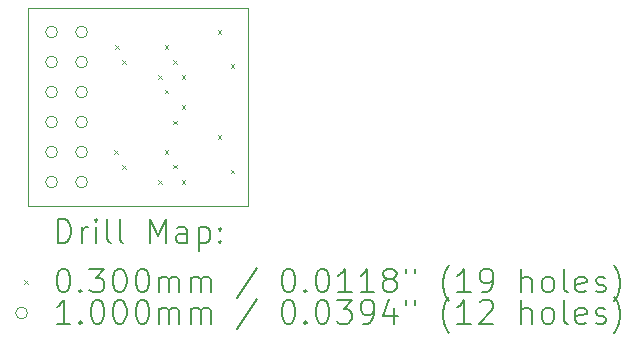
<source format=gbr>
%FSLAX45Y45*%
G04 Gerber Fmt 4.5, Leading zero omitted, Abs format (unit mm)*
G04 Created by KiCad (PCBNEW 6.0.1) date 2022-02-12 22:06:03*
%MOMM*%
%LPD*%
G01*
G04 APERTURE LIST*
%TA.AperFunction,Profile*%
%ADD10C,0.100000*%
%TD*%
%ADD11C,0.200000*%
%ADD12C,0.030000*%
%ADD13C,0.100000*%
G04 APERTURE END LIST*
D10*
X15812500Y-9200000D02*
X15812500Y-9405000D01*
X14172500Y-9005000D02*
X15812500Y-9005000D01*
X13952500Y-9005000D02*
X14172500Y-9005000D01*
X13952500Y-9240000D02*
X13952500Y-10670000D01*
X13952500Y-10675000D02*
X14022500Y-10675000D01*
X15627500Y-10675000D02*
X15717500Y-10675000D01*
X15812500Y-9005000D02*
X15812500Y-9200000D01*
X14022500Y-10675000D02*
X14637500Y-10675000D01*
X15812500Y-10070000D02*
X15812500Y-10335000D01*
X13952500Y-10670000D02*
X13952500Y-10675000D01*
X14637500Y-10675000D02*
X15627500Y-10675000D01*
X15812500Y-9405000D02*
X15812500Y-9805000D01*
X15812500Y-9805000D02*
X15812500Y-10070000D01*
X15812500Y-10675000D02*
X15717500Y-10675000D01*
X15812500Y-10335000D02*
X15812500Y-10675000D01*
X13952500Y-9005000D02*
X13952500Y-9240000D01*
D11*
D12*
X14682500Y-10205000D02*
X14712500Y-10235000D01*
X14712500Y-10205000D02*
X14682500Y-10235000D01*
X14687500Y-9315000D02*
X14717500Y-9345000D01*
X14717500Y-9315000D02*
X14687500Y-9345000D01*
X14747500Y-9445000D02*
X14777500Y-9475000D01*
X14777500Y-9445000D02*
X14747500Y-9475000D01*
X14747500Y-10335000D02*
X14777500Y-10365000D01*
X14777500Y-10335000D02*
X14747500Y-10365000D01*
X15052350Y-9570000D02*
X15082350Y-9600000D01*
X15082350Y-9570000D02*
X15052350Y-9600000D01*
X15052500Y-10460000D02*
X15082500Y-10490000D01*
X15082500Y-10460000D02*
X15052500Y-10490000D01*
X15107500Y-9315000D02*
X15137500Y-9345000D01*
X15137500Y-9315000D02*
X15107500Y-9345000D01*
X15107500Y-9695000D02*
X15137500Y-9725000D01*
X15137500Y-9695000D02*
X15107500Y-9725000D01*
X15107500Y-10206000D02*
X15137500Y-10236000D01*
X15137500Y-10206000D02*
X15107500Y-10236000D01*
X15182500Y-9445000D02*
X15212500Y-9475000D01*
X15212500Y-9445000D02*
X15182500Y-9475000D01*
X15182500Y-9955000D02*
X15212500Y-9985000D01*
X15212500Y-9955000D02*
X15182500Y-9985000D01*
X15182500Y-10330000D02*
X15212500Y-10360000D01*
X15212500Y-10330000D02*
X15182500Y-10360000D01*
X15252500Y-9570000D02*
X15282500Y-9600000D01*
X15282500Y-9570000D02*
X15252500Y-9600000D01*
X15252500Y-9825000D02*
X15282500Y-9855000D01*
X15282500Y-9825000D02*
X15252500Y-9855000D01*
X15252500Y-10461000D02*
X15282500Y-10491000D01*
X15282500Y-10461000D02*
X15252500Y-10491000D01*
X15558000Y-9189500D02*
X15588000Y-9219500D01*
X15588000Y-9189500D02*
X15558000Y-9219500D01*
X15558000Y-10079500D02*
X15588000Y-10109500D01*
X15588000Y-10079500D02*
X15558000Y-10109500D01*
X15667500Y-9480000D02*
X15697500Y-9510000D01*
X15697500Y-9480000D02*
X15667500Y-9510000D01*
X15667500Y-10371000D02*
X15697500Y-10401000D01*
X15697500Y-10371000D02*
X15667500Y-10401000D01*
D13*
X14201000Y-9205000D02*
G75*
G03*
X14201000Y-9205000I-50000J0D01*
G01*
X14201000Y-9459000D02*
G75*
G03*
X14201000Y-9459000I-50000J0D01*
G01*
X14201000Y-9713000D02*
G75*
G03*
X14201000Y-9713000I-50000J0D01*
G01*
X14201000Y-9967000D02*
G75*
G03*
X14201000Y-9967000I-50000J0D01*
G01*
X14201000Y-10221000D02*
G75*
G03*
X14201000Y-10221000I-50000J0D01*
G01*
X14201000Y-10475000D02*
G75*
G03*
X14201000Y-10475000I-50000J0D01*
G01*
X14455000Y-9205000D02*
G75*
G03*
X14455000Y-9205000I-50000J0D01*
G01*
X14455000Y-9459000D02*
G75*
G03*
X14455000Y-9459000I-50000J0D01*
G01*
X14455000Y-9713000D02*
G75*
G03*
X14455000Y-9713000I-50000J0D01*
G01*
X14455000Y-9967000D02*
G75*
G03*
X14455000Y-9967000I-50000J0D01*
G01*
X14455000Y-10221000D02*
G75*
G03*
X14455000Y-10221000I-50000J0D01*
G01*
X14455000Y-10475000D02*
G75*
G03*
X14455000Y-10475000I-50000J0D01*
G01*
D11*
X14205119Y-10990476D02*
X14205119Y-10790476D01*
X14252738Y-10790476D01*
X14281309Y-10800000D01*
X14300357Y-10819048D01*
X14309881Y-10838095D01*
X14319405Y-10876190D01*
X14319405Y-10904762D01*
X14309881Y-10942857D01*
X14300357Y-10961905D01*
X14281309Y-10980952D01*
X14252738Y-10990476D01*
X14205119Y-10990476D01*
X14405119Y-10990476D02*
X14405119Y-10857143D01*
X14405119Y-10895238D02*
X14414643Y-10876190D01*
X14424167Y-10866667D01*
X14443214Y-10857143D01*
X14462262Y-10857143D01*
X14528928Y-10990476D02*
X14528928Y-10857143D01*
X14528928Y-10790476D02*
X14519405Y-10800000D01*
X14528928Y-10809524D01*
X14538452Y-10800000D01*
X14528928Y-10790476D01*
X14528928Y-10809524D01*
X14652738Y-10990476D02*
X14633690Y-10980952D01*
X14624167Y-10961905D01*
X14624167Y-10790476D01*
X14757500Y-10990476D02*
X14738452Y-10980952D01*
X14728928Y-10961905D01*
X14728928Y-10790476D01*
X14986071Y-10990476D02*
X14986071Y-10790476D01*
X15052738Y-10933333D01*
X15119405Y-10790476D01*
X15119405Y-10990476D01*
X15300357Y-10990476D02*
X15300357Y-10885714D01*
X15290833Y-10866667D01*
X15271786Y-10857143D01*
X15233690Y-10857143D01*
X15214643Y-10866667D01*
X15300357Y-10980952D02*
X15281309Y-10990476D01*
X15233690Y-10990476D01*
X15214643Y-10980952D01*
X15205119Y-10961905D01*
X15205119Y-10942857D01*
X15214643Y-10923810D01*
X15233690Y-10914286D01*
X15281309Y-10914286D01*
X15300357Y-10904762D01*
X15395595Y-10857143D02*
X15395595Y-11057143D01*
X15395595Y-10866667D02*
X15414643Y-10857143D01*
X15452738Y-10857143D01*
X15471786Y-10866667D01*
X15481309Y-10876190D01*
X15490833Y-10895238D01*
X15490833Y-10952381D01*
X15481309Y-10971429D01*
X15471786Y-10980952D01*
X15452738Y-10990476D01*
X15414643Y-10990476D01*
X15395595Y-10980952D01*
X15576548Y-10971429D02*
X15586071Y-10980952D01*
X15576548Y-10990476D01*
X15567024Y-10980952D01*
X15576548Y-10971429D01*
X15576548Y-10990476D01*
X15576548Y-10866667D02*
X15586071Y-10876190D01*
X15576548Y-10885714D01*
X15567024Y-10876190D01*
X15576548Y-10866667D01*
X15576548Y-10885714D01*
D12*
X13917500Y-11305000D02*
X13947500Y-11335000D01*
X13947500Y-11305000D02*
X13917500Y-11335000D01*
D11*
X14243214Y-11210476D02*
X14262262Y-11210476D01*
X14281309Y-11220000D01*
X14290833Y-11229524D01*
X14300357Y-11248571D01*
X14309881Y-11286667D01*
X14309881Y-11334286D01*
X14300357Y-11372381D01*
X14290833Y-11391428D01*
X14281309Y-11400952D01*
X14262262Y-11410476D01*
X14243214Y-11410476D01*
X14224167Y-11400952D01*
X14214643Y-11391428D01*
X14205119Y-11372381D01*
X14195595Y-11334286D01*
X14195595Y-11286667D01*
X14205119Y-11248571D01*
X14214643Y-11229524D01*
X14224167Y-11220000D01*
X14243214Y-11210476D01*
X14395595Y-11391428D02*
X14405119Y-11400952D01*
X14395595Y-11410476D01*
X14386071Y-11400952D01*
X14395595Y-11391428D01*
X14395595Y-11410476D01*
X14471786Y-11210476D02*
X14595595Y-11210476D01*
X14528928Y-11286667D01*
X14557500Y-11286667D01*
X14576548Y-11296190D01*
X14586071Y-11305714D01*
X14595595Y-11324762D01*
X14595595Y-11372381D01*
X14586071Y-11391428D01*
X14576548Y-11400952D01*
X14557500Y-11410476D01*
X14500357Y-11410476D01*
X14481309Y-11400952D01*
X14471786Y-11391428D01*
X14719405Y-11210476D02*
X14738452Y-11210476D01*
X14757500Y-11220000D01*
X14767024Y-11229524D01*
X14776548Y-11248571D01*
X14786071Y-11286667D01*
X14786071Y-11334286D01*
X14776548Y-11372381D01*
X14767024Y-11391428D01*
X14757500Y-11400952D01*
X14738452Y-11410476D01*
X14719405Y-11410476D01*
X14700357Y-11400952D01*
X14690833Y-11391428D01*
X14681309Y-11372381D01*
X14671786Y-11334286D01*
X14671786Y-11286667D01*
X14681309Y-11248571D01*
X14690833Y-11229524D01*
X14700357Y-11220000D01*
X14719405Y-11210476D01*
X14909881Y-11210476D02*
X14928928Y-11210476D01*
X14947976Y-11220000D01*
X14957500Y-11229524D01*
X14967024Y-11248571D01*
X14976548Y-11286667D01*
X14976548Y-11334286D01*
X14967024Y-11372381D01*
X14957500Y-11391428D01*
X14947976Y-11400952D01*
X14928928Y-11410476D01*
X14909881Y-11410476D01*
X14890833Y-11400952D01*
X14881309Y-11391428D01*
X14871786Y-11372381D01*
X14862262Y-11334286D01*
X14862262Y-11286667D01*
X14871786Y-11248571D01*
X14881309Y-11229524D01*
X14890833Y-11220000D01*
X14909881Y-11210476D01*
X15062262Y-11410476D02*
X15062262Y-11277143D01*
X15062262Y-11296190D02*
X15071786Y-11286667D01*
X15090833Y-11277143D01*
X15119405Y-11277143D01*
X15138452Y-11286667D01*
X15147976Y-11305714D01*
X15147976Y-11410476D01*
X15147976Y-11305714D02*
X15157500Y-11286667D01*
X15176548Y-11277143D01*
X15205119Y-11277143D01*
X15224167Y-11286667D01*
X15233690Y-11305714D01*
X15233690Y-11410476D01*
X15328928Y-11410476D02*
X15328928Y-11277143D01*
X15328928Y-11296190D02*
X15338452Y-11286667D01*
X15357500Y-11277143D01*
X15386071Y-11277143D01*
X15405119Y-11286667D01*
X15414643Y-11305714D01*
X15414643Y-11410476D01*
X15414643Y-11305714D02*
X15424167Y-11286667D01*
X15443214Y-11277143D01*
X15471786Y-11277143D01*
X15490833Y-11286667D01*
X15500357Y-11305714D01*
X15500357Y-11410476D01*
X15890833Y-11200952D02*
X15719405Y-11458095D01*
X16147976Y-11210476D02*
X16167024Y-11210476D01*
X16186071Y-11220000D01*
X16195595Y-11229524D01*
X16205119Y-11248571D01*
X16214643Y-11286667D01*
X16214643Y-11334286D01*
X16205119Y-11372381D01*
X16195595Y-11391428D01*
X16186071Y-11400952D01*
X16167024Y-11410476D01*
X16147976Y-11410476D01*
X16128928Y-11400952D01*
X16119405Y-11391428D01*
X16109881Y-11372381D01*
X16100357Y-11334286D01*
X16100357Y-11286667D01*
X16109881Y-11248571D01*
X16119405Y-11229524D01*
X16128928Y-11220000D01*
X16147976Y-11210476D01*
X16300357Y-11391428D02*
X16309881Y-11400952D01*
X16300357Y-11410476D01*
X16290833Y-11400952D01*
X16300357Y-11391428D01*
X16300357Y-11410476D01*
X16433690Y-11210476D02*
X16452738Y-11210476D01*
X16471786Y-11220000D01*
X16481309Y-11229524D01*
X16490833Y-11248571D01*
X16500357Y-11286667D01*
X16500357Y-11334286D01*
X16490833Y-11372381D01*
X16481309Y-11391428D01*
X16471786Y-11400952D01*
X16452738Y-11410476D01*
X16433690Y-11410476D01*
X16414643Y-11400952D01*
X16405119Y-11391428D01*
X16395595Y-11372381D01*
X16386071Y-11334286D01*
X16386071Y-11286667D01*
X16395595Y-11248571D01*
X16405119Y-11229524D01*
X16414643Y-11220000D01*
X16433690Y-11210476D01*
X16690833Y-11410476D02*
X16576548Y-11410476D01*
X16633690Y-11410476D02*
X16633690Y-11210476D01*
X16614643Y-11239048D01*
X16595595Y-11258095D01*
X16576548Y-11267619D01*
X16881310Y-11410476D02*
X16767024Y-11410476D01*
X16824167Y-11410476D02*
X16824167Y-11210476D01*
X16805119Y-11239048D01*
X16786071Y-11258095D01*
X16767024Y-11267619D01*
X16995595Y-11296190D02*
X16976548Y-11286667D01*
X16967024Y-11277143D01*
X16957500Y-11258095D01*
X16957500Y-11248571D01*
X16967024Y-11229524D01*
X16976548Y-11220000D01*
X16995595Y-11210476D01*
X17033690Y-11210476D01*
X17052738Y-11220000D01*
X17062262Y-11229524D01*
X17071786Y-11248571D01*
X17071786Y-11258095D01*
X17062262Y-11277143D01*
X17052738Y-11286667D01*
X17033690Y-11296190D01*
X16995595Y-11296190D01*
X16976548Y-11305714D01*
X16967024Y-11315238D01*
X16957500Y-11334286D01*
X16957500Y-11372381D01*
X16967024Y-11391428D01*
X16976548Y-11400952D01*
X16995595Y-11410476D01*
X17033690Y-11410476D01*
X17052738Y-11400952D01*
X17062262Y-11391428D01*
X17071786Y-11372381D01*
X17071786Y-11334286D01*
X17062262Y-11315238D01*
X17052738Y-11305714D01*
X17033690Y-11296190D01*
X17147976Y-11210476D02*
X17147976Y-11248571D01*
X17224167Y-11210476D02*
X17224167Y-11248571D01*
X17519405Y-11486667D02*
X17509881Y-11477143D01*
X17490833Y-11448571D01*
X17481310Y-11429524D01*
X17471786Y-11400952D01*
X17462262Y-11353333D01*
X17462262Y-11315238D01*
X17471786Y-11267619D01*
X17481310Y-11239048D01*
X17490833Y-11220000D01*
X17509881Y-11191428D01*
X17519405Y-11181905D01*
X17700357Y-11410476D02*
X17586071Y-11410476D01*
X17643214Y-11410476D02*
X17643214Y-11210476D01*
X17624167Y-11239048D01*
X17605119Y-11258095D01*
X17586071Y-11267619D01*
X17795595Y-11410476D02*
X17833690Y-11410476D01*
X17852738Y-11400952D01*
X17862262Y-11391428D01*
X17881310Y-11362857D01*
X17890833Y-11324762D01*
X17890833Y-11248571D01*
X17881310Y-11229524D01*
X17871786Y-11220000D01*
X17852738Y-11210476D01*
X17814643Y-11210476D01*
X17795595Y-11220000D01*
X17786071Y-11229524D01*
X17776548Y-11248571D01*
X17776548Y-11296190D01*
X17786071Y-11315238D01*
X17795595Y-11324762D01*
X17814643Y-11334286D01*
X17852738Y-11334286D01*
X17871786Y-11324762D01*
X17881310Y-11315238D01*
X17890833Y-11296190D01*
X18128929Y-11410476D02*
X18128929Y-11210476D01*
X18214643Y-11410476D02*
X18214643Y-11305714D01*
X18205119Y-11286667D01*
X18186071Y-11277143D01*
X18157500Y-11277143D01*
X18138452Y-11286667D01*
X18128929Y-11296190D01*
X18338452Y-11410476D02*
X18319405Y-11400952D01*
X18309881Y-11391428D01*
X18300357Y-11372381D01*
X18300357Y-11315238D01*
X18309881Y-11296190D01*
X18319405Y-11286667D01*
X18338452Y-11277143D01*
X18367024Y-11277143D01*
X18386071Y-11286667D01*
X18395595Y-11296190D01*
X18405119Y-11315238D01*
X18405119Y-11372381D01*
X18395595Y-11391428D01*
X18386071Y-11400952D01*
X18367024Y-11410476D01*
X18338452Y-11410476D01*
X18519405Y-11410476D02*
X18500357Y-11400952D01*
X18490833Y-11381905D01*
X18490833Y-11210476D01*
X18671786Y-11400952D02*
X18652738Y-11410476D01*
X18614643Y-11410476D01*
X18595595Y-11400952D01*
X18586071Y-11381905D01*
X18586071Y-11305714D01*
X18595595Y-11286667D01*
X18614643Y-11277143D01*
X18652738Y-11277143D01*
X18671786Y-11286667D01*
X18681310Y-11305714D01*
X18681310Y-11324762D01*
X18586071Y-11343809D01*
X18757500Y-11400952D02*
X18776548Y-11410476D01*
X18814643Y-11410476D01*
X18833690Y-11400952D01*
X18843214Y-11381905D01*
X18843214Y-11372381D01*
X18833690Y-11353333D01*
X18814643Y-11343809D01*
X18786071Y-11343809D01*
X18767024Y-11334286D01*
X18757500Y-11315238D01*
X18757500Y-11305714D01*
X18767024Y-11286667D01*
X18786071Y-11277143D01*
X18814643Y-11277143D01*
X18833690Y-11286667D01*
X18909881Y-11486667D02*
X18919405Y-11477143D01*
X18938452Y-11448571D01*
X18947976Y-11429524D01*
X18957500Y-11400952D01*
X18967024Y-11353333D01*
X18967024Y-11315238D01*
X18957500Y-11267619D01*
X18947976Y-11239048D01*
X18938452Y-11220000D01*
X18919405Y-11191428D01*
X18909881Y-11181905D01*
D13*
X13947500Y-11584000D02*
G75*
G03*
X13947500Y-11584000I-50000J0D01*
G01*
D11*
X14309881Y-11674476D02*
X14195595Y-11674476D01*
X14252738Y-11674476D02*
X14252738Y-11474476D01*
X14233690Y-11503048D01*
X14214643Y-11522095D01*
X14195595Y-11531619D01*
X14395595Y-11655428D02*
X14405119Y-11664952D01*
X14395595Y-11674476D01*
X14386071Y-11664952D01*
X14395595Y-11655428D01*
X14395595Y-11674476D01*
X14528928Y-11474476D02*
X14547976Y-11474476D01*
X14567024Y-11484000D01*
X14576548Y-11493524D01*
X14586071Y-11512571D01*
X14595595Y-11550667D01*
X14595595Y-11598286D01*
X14586071Y-11636381D01*
X14576548Y-11655428D01*
X14567024Y-11664952D01*
X14547976Y-11674476D01*
X14528928Y-11674476D01*
X14509881Y-11664952D01*
X14500357Y-11655428D01*
X14490833Y-11636381D01*
X14481309Y-11598286D01*
X14481309Y-11550667D01*
X14490833Y-11512571D01*
X14500357Y-11493524D01*
X14509881Y-11484000D01*
X14528928Y-11474476D01*
X14719405Y-11474476D02*
X14738452Y-11474476D01*
X14757500Y-11484000D01*
X14767024Y-11493524D01*
X14776548Y-11512571D01*
X14786071Y-11550667D01*
X14786071Y-11598286D01*
X14776548Y-11636381D01*
X14767024Y-11655428D01*
X14757500Y-11664952D01*
X14738452Y-11674476D01*
X14719405Y-11674476D01*
X14700357Y-11664952D01*
X14690833Y-11655428D01*
X14681309Y-11636381D01*
X14671786Y-11598286D01*
X14671786Y-11550667D01*
X14681309Y-11512571D01*
X14690833Y-11493524D01*
X14700357Y-11484000D01*
X14719405Y-11474476D01*
X14909881Y-11474476D02*
X14928928Y-11474476D01*
X14947976Y-11484000D01*
X14957500Y-11493524D01*
X14967024Y-11512571D01*
X14976548Y-11550667D01*
X14976548Y-11598286D01*
X14967024Y-11636381D01*
X14957500Y-11655428D01*
X14947976Y-11664952D01*
X14928928Y-11674476D01*
X14909881Y-11674476D01*
X14890833Y-11664952D01*
X14881309Y-11655428D01*
X14871786Y-11636381D01*
X14862262Y-11598286D01*
X14862262Y-11550667D01*
X14871786Y-11512571D01*
X14881309Y-11493524D01*
X14890833Y-11484000D01*
X14909881Y-11474476D01*
X15062262Y-11674476D02*
X15062262Y-11541143D01*
X15062262Y-11560190D02*
X15071786Y-11550667D01*
X15090833Y-11541143D01*
X15119405Y-11541143D01*
X15138452Y-11550667D01*
X15147976Y-11569714D01*
X15147976Y-11674476D01*
X15147976Y-11569714D02*
X15157500Y-11550667D01*
X15176548Y-11541143D01*
X15205119Y-11541143D01*
X15224167Y-11550667D01*
X15233690Y-11569714D01*
X15233690Y-11674476D01*
X15328928Y-11674476D02*
X15328928Y-11541143D01*
X15328928Y-11560190D02*
X15338452Y-11550667D01*
X15357500Y-11541143D01*
X15386071Y-11541143D01*
X15405119Y-11550667D01*
X15414643Y-11569714D01*
X15414643Y-11674476D01*
X15414643Y-11569714D02*
X15424167Y-11550667D01*
X15443214Y-11541143D01*
X15471786Y-11541143D01*
X15490833Y-11550667D01*
X15500357Y-11569714D01*
X15500357Y-11674476D01*
X15890833Y-11464952D02*
X15719405Y-11722095D01*
X16147976Y-11474476D02*
X16167024Y-11474476D01*
X16186071Y-11484000D01*
X16195595Y-11493524D01*
X16205119Y-11512571D01*
X16214643Y-11550667D01*
X16214643Y-11598286D01*
X16205119Y-11636381D01*
X16195595Y-11655428D01*
X16186071Y-11664952D01*
X16167024Y-11674476D01*
X16147976Y-11674476D01*
X16128928Y-11664952D01*
X16119405Y-11655428D01*
X16109881Y-11636381D01*
X16100357Y-11598286D01*
X16100357Y-11550667D01*
X16109881Y-11512571D01*
X16119405Y-11493524D01*
X16128928Y-11484000D01*
X16147976Y-11474476D01*
X16300357Y-11655428D02*
X16309881Y-11664952D01*
X16300357Y-11674476D01*
X16290833Y-11664952D01*
X16300357Y-11655428D01*
X16300357Y-11674476D01*
X16433690Y-11474476D02*
X16452738Y-11474476D01*
X16471786Y-11484000D01*
X16481309Y-11493524D01*
X16490833Y-11512571D01*
X16500357Y-11550667D01*
X16500357Y-11598286D01*
X16490833Y-11636381D01*
X16481309Y-11655428D01*
X16471786Y-11664952D01*
X16452738Y-11674476D01*
X16433690Y-11674476D01*
X16414643Y-11664952D01*
X16405119Y-11655428D01*
X16395595Y-11636381D01*
X16386071Y-11598286D01*
X16386071Y-11550667D01*
X16395595Y-11512571D01*
X16405119Y-11493524D01*
X16414643Y-11484000D01*
X16433690Y-11474476D01*
X16567024Y-11474476D02*
X16690833Y-11474476D01*
X16624167Y-11550667D01*
X16652738Y-11550667D01*
X16671786Y-11560190D01*
X16681309Y-11569714D01*
X16690833Y-11588762D01*
X16690833Y-11636381D01*
X16681309Y-11655428D01*
X16671786Y-11664952D01*
X16652738Y-11674476D01*
X16595595Y-11674476D01*
X16576548Y-11664952D01*
X16567024Y-11655428D01*
X16786071Y-11674476D02*
X16824167Y-11674476D01*
X16843214Y-11664952D01*
X16852738Y-11655428D01*
X16871786Y-11626857D01*
X16881310Y-11588762D01*
X16881310Y-11512571D01*
X16871786Y-11493524D01*
X16862262Y-11484000D01*
X16843214Y-11474476D01*
X16805119Y-11474476D01*
X16786071Y-11484000D01*
X16776548Y-11493524D01*
X16767024Y-11512571D01*
X16767024Y-11560190D01*
X16776548Y-11579238D01*
X16786071Y-11588762D01*
X16805119Y-11598286D01*
X16843214Y-11598286D01*
X16862262Y-11588762D01*
X16871786Y-11579238D01*
X16881310Y-11560190D01*
X17052738Y-11541143D02*
X17052738Y-11674476D01*
X17005119Y-11464952D02*
X16957500Y-11607809D01*
X17081310Y-11607809D01*
X17147976Y-11474476D02*
X17147976Y-11512571D01*
X17224167Y-11474476D02*
X17224167Y-11512571D01*
X17519405Y-11750667D02*
X17509881Y-11741143D01*
X17490833Y-11712571D01*
X17481310Y-11693524D01*
X17471786Y-11664952D01*
X17462262Y-11617333D01*
X17462262Y-11579238D01*
X17471786Y-11531619D01*
X17481310Y-11503048D01*
X17490833Y-11484000D01*
X17509881Y-11455428D01*
X17519405Y-11445905D01*
X17700357Y-11674476D02*
X17586071Y-11674476D01*
X17643214Y-11674476D02*
X17643214Y-11474476D01*
X17624167Y-11503048D01*
X17605119Y-11522095D01*
X17586071Y-11531619D01*
X17776548Y-11493524D02*
X17786071Y-11484000D01*
X17805119Y-11474476D01*
X17852738Y-11474476D01*
X17871786Y-11484000D01*
X17881310Y-11493524D01*
X17890833Y-11512571D01*
X17890833Y-11531619D01*
X17881310Y-11560190D01*
X17767024Y-11674476D01*
X17890833Y-11674476D01*
X18128929Y-11674476D02*
X18128929Y-11474476D01*
X18214643Y-11674476D02*
X18214643Y-11569714D01*
X18205119Y-11550667D01*
X18186071Y-11541143D01*
X18157500Y-11541143D01*
X18138452Y-11550667D01*
X18128929Y-11560190D01*
X18338452Y-11674476D02*
X18319405Y-11664952D01*
X18309881Y-11655428D01*
X18300357Y-11636381D01*
X18300357Y-11579238D01*
X18309881Y-11560190D01*
X18319405Y-11550667D01*
X18338452Y-11541143D01*
X18367024Y-11541143D01*
X18386071Y-11550667D01*
X18395595Y-11560190D01*
X18405119Y-11579238D01*
X18405119Y-11636381D01*
X18395595Y-11655428D01*
X18386071Y-11664952D01*
X18367024Y-11674476D01*
X18338452Y-11674476D01*
X18519405Y-11674476D02*
X18500357Y-11664952D01*
X18490833Y-11645905D01*
X18490833Y-11474476D01*
X18671786Y-11664952D02*
X18652738Y-11674476D01*
X18614643Y-11674476D01*
X18595595Y-11664952D01*
X18586071Y-11645905D01*
X18586071Y-11569714D01*
X18595595Y-11550667D01*
X18614643Y-11541143D01*
X18652738Y-11541143D01*
X18671786Y-11550667D01*
X18681310Y-11569714D01*
X18681310Y-11588762D01*
X18586071Y-11607809D01*
X18757500Y-11664952D02*
X18776548Y-11674476D01*
X18814643Y-11674476D01*
X18833690Y-11664952D01*
X18843214Y-11645905D01*
X18843214Y-11636381D01*
X18833690Y-11617333D01*
X18814643Y-11607809D01*
X18786071Y-11607809D01*
X18767024Y-11598286D01*
X18757500Y-11579238D01*
X18757500Y-11569714D01*
X18767024Y-11550667D01*
X18786071Y-11541143D01*
X18814643Y-11541143D01*
X18833690Y-11550667D01*
X18909881Y-11750667D02*
X18919405Y-11741143D01*
X18938452Y-11712571D01*
X18947976Y-11693524D01*
X18957500Y-11664952D01*
X18967024Y-11617333D01*
X18967024Y-11579238D01*
X18957500Y-11531619D01*
X18947976Y-11503048D01*
X18938452Y-11484000D01*
X18919405Y-11455428D01*
X18909881Y-11445905D01*
M02*

</source>
